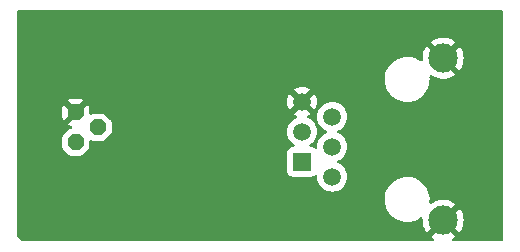
<source format=gbl>
G04 #@! TF.GenerationSoftware,KiCad,Pcbnew,7.0.2*
G04 #@! TF.CreationDate,2024-01-01T15:40:13-07:00*
G04 #@! TF.ProjectId,Temp Sensor Board 1,54656d70-2053-4656-9e73-6f7220426f61,rev?*
G04 #@! TF.SameCoordinates,Original*
G04 #@! TF.FileFunction,Copper,L2,Bot*
G04 #@! TF.FilePolarity,Positive*
%FSLAX46Y46*%
G04 Gerber Fmt 4.6, Leading zero omitted, Abs format (unit mm)*
G04 Created by KiCad (PCBNEW 7.0.2) date 2024-01-01 15:40:13*
%MOMM*%
%LPD*%
G01*
G04 APERTURE LIST*
G04 Aperture macros list*
%AMOutline5P*
0 Free polygon, 5 corners , with rotation*
0 The origin of the aperture is its center*
0 number of corners: always 5*
0 $1 to $10 corner X, Y*
0 $11 Rotation angle, in degrees counterclockwise*
0 create outline with 5 corners*
4,1,5,$1,$2,$3,$4,$5,$6,$7,$8,$9,$10,$1,$2,$11*%
%AMOutline6P*
0 Free polygon, 6 corners , with rotation*
0 The origin of the aperture is its center*
0 number of corners: always 6*
0 $1 to $12 corner X, Y*
0 $13 Rotation angle, in degrees counterclockwise*
0 create outline with 6 corners*
4,1,6,$1,$2,$3,$4,$5,$6,$7,$8,$9,$10,$11,$12,$1,$2,$13*%
%AMOutline7P*
0 Free polygon, 7 corners , with rotation*
0 The origin of the aperture is its center*
0 number of corners: always 7*
0 $1 to $14 corner X, Y*
0 $15 Rotation angle, in degrees counterclockwise*
0 create outline with 7 corners*
4,1,7,$1,$2,$3,$4,$5,$6,$7,$8,$9,$10,$11,$12,$13,$14,$1,$2,$15*%
%AMOutline8P*
0 Free polygon, 8 corners , with rotation*
0 The origin of the aperture is its center*
0 number of corners: always 8*
0 $1 to $16 corner X, Y*
0 $17 Rotation angle, in degrees counterclockwise*
0 create outline with 8 corners*
4,1,8,$1,$2,$3,$4,$5,$6,$7,$8,$9,$10,$11,$12,$13,$14,$15,$16,$1,$2,$17*%
G04 Aperture macros list end*
G04 #@! TA.AperFunction,ComponentPad*
%ADD10C,2.475000*%
G04 #@! TD*
G04 #@! TA.AperFunction,ComponentPad*
%ADD11C,1.508000*%
G04 #@! TD*
G04 #@! TA.AperFunction,ComponentPad*
%ADD12R,1.508000X1.508000*%
G04 #@! TD*
G04 #@! TA.AperFunction,ComponentPad*
%ADD13Outline8P,-0.660400X0.273547X-0.273547X0.660400X0.273547X0.660400X0.660400X0.273547X0.660400X-0.273547X0.273547X-0.660400X-0.273547X-0.660400X-0.660400X-0.273547X270.000000*%
G04 #@! TD*
G04 #@! TA.AperFunction,ViaPad*
%ADD14C,0.800000*%
G04 #@! TD*
G04 APERTURE END LIST*
D10*
X153291000Y-76711000D03*
X153291000Y-90431000D03*
D11*
X143891000Y-81661000D03*
X143891000Y-84201000D03*
X143891000Y-86741000D03*
X141351000Y-80391000D03*
X141351000Y-82931000D03*
D12*
X141351000Y-85471000D03*
D13*
X122174000Y-81280000D03*
X124079000Y-82550000D03*
X122174000Y-83820000D03*
D14*
X139065000Y-82296000D03*
X137287000Y-82296000D03*
X127762000Y-85725000D03*
X137287000Y-85598000D03*
X138938000Y-85598000D03*
X127762000Y-80264000D03*
X135382000Y-82296000D03*
X135509000Y-85598000D03*
G04 #@! TA.AperFunction,Conductor*
G36*
X158312039Y-72663685D02*
G01*
X158357794Y-72716489D01*
X158369000Y-72768000D01*
X158369000Y-92078000D01*
X158349315Y-92145039D01*
X158296511Y-92190794D01*
X158245000Y-92202000D01*
X154161288Y-92202000D01*
X154094249Y-92182315D01*
X154048494Y-92129511D01*
X154038550Y-92060353D01*
X154067575Y-91996797D01*
X154107486Y-91966280D01*
X154162183Y-91939939D01*
X154331172Y-91824724D01*
X153671393Y-91164946D01*
X153793213Y-91091650D01*
X153923492Y-90968243D01*
X154024196Y-90819716D01*
X154026780Y-90813228D01*
X154684229Y-91470677D01*
X154684230Y-91470676D01*
X154730615Y-91412512D01*
X154860823Y-91186985D01*
X154955962Y-90944575D01*
X155013911Y-90690684D01*
X155033372Y-90430999D01*
X155013911Y-90171315D01*
X154955962Y-89917424D01*
X154860823Y-89675014D01*
X154730615Y-89449487D01*
X154684230Y-89391321D01*
X154023740Y-90051811D01*
X153977870Y-89965290D01*
X153861698Y-89828522D01*
X153718840Y-89719924D01*
X153670764Y-89697682D01*
X154331172Y-89037274D01*
X154162187Y-88922062D01*
X153927559Y-88809072D01*
X153678713Y-88732312D01*
X153421209Y-88693500D01*
X153160791Y-88693500D01*
X152903286Y-88732312D01*
X152654440Y-88809072D01*
X152419812Y-88922062D01*
X152326731Y-88985524D01*
X152260252Y-89007024D01*
X152192702Y-88989170D01*
X152145528Y-88937629D01*
X152133708Y-88868767D01*
X152134944Y-88860540D01*
X152135152Y-88859416D01*
X152145313Y-88581404D01*
X152114886Y-88304876D01*
X152044520Y-88035724D01*
X151935716Y-87779686D01*
X151790792Y-87542219D01*
X151699107Y-87432048D01*
X151612838Y-87328384D01*
X151505015Y-87231774D01*
X151405643Y-87142737D01*
X151173627Y-86989237D01*
X151173624Y-86989235D01*
X150921731Y-86871152D01*
X150655336Y-86791006D01*
X150655332Y-86791005D01*
X150655331Y-86791005D01*
X150380099Y-86750500D01*
X150171537Y-86750500D01*
X150169288Y-86750664D01*
X150169277Y-86750665D01*
X149963544Y-86765722D01*
X149692003Y-86826211D01*
X149432163Y-86925591D01*
X149189560Y-87061747D01*
X148969366Y-87231774D01*
X148776277Y-87432048D01*
X148614405Y-87658305D01*
X148487205Y-87905711D01*
X148397377Y-88169018D01*
X148346847Y-88442583D01*
X148336686Y-88720595D01*
X148358855Y-88922062D01*
X148367114Y-88997124D01*
X148437480Y-89266276D01*
X148546284Y-89522314D01*
X148691208Y-89759781D01*
X148691211Y-89759785D01*
X148691212Y-89759786D01*
X148700003Y-89770350D01*
X148869163Y-89973617D01*
X149076357Y-90159263D01*
X149284159Y-90296743D01*
X149308375Y-90312764D01*
X149560268Y-90430847D01*
X149768599Y-90493524D01*
X149826669Y-90510995D01*
X150101901Y-90551500D01*
X150101904Y-90551500D01*
X150308201Y-90551500D01*
X150310463Y-90551500D01*
X150518455Y-90536277D01*
X150789997Y-90475788D01*
X151049838Y-90376408D01*
X151292440Y-90240253D01*
X151359303Y-90188622D01*
X151424394Y-90163230D01*
X151492881Y-90177060D01*
X151543020Y-90225721D01*
X151558890Y-90293764D01*
X151558741Y-90296034D01*
X151548627Y-90430999D01*
X151568088Y-90690684D01*
X151626037Y-90944575D01*
X151721176Y-91186984D01*
X151851386Y-91412515D01*
X151897768Y-91470677D01*
X152558258Y-90810187D01*
X152604130Y-90896710D01*
X152720302Y-91033478D01*
X152863160Y-91142076D01*
X152911234Y-91164317D01*
X152250826Y-91824724D01*
X152419813Y-91939937D01*
X152474514Y-91966280D01*
X152526373Y-92013103D01*
X152544686Y-92080530D01*
X152523638Y-92147154D01*
X152469912Y-92191822D01*
X152420712Y-92202000D01*
X117653362Y-92202000D01*
X117586323Y-92182315D01*
X117565681Y-92165681D01*
X117257819Y-91857819D01*
X117224334Y-91796496D01*
X117221500Y-91770138D01*
X117221500Y-84134523D01*
X121013100Y-84134523D01*
X121013582Y-84138364D01*
X121013583Y-84138372D01*
X121023659Y-84218596D01*
X121078737Y-84351564D01*
X121128338Y-84415416D01*
X121128346Y-84415425D01*
X121130720Y-84418481D01*
X121575522Y-84863284D01*
X121578581Y-84865660D01*
X121642437Y-84915264D01*
X121775403Y-84970340D01*
X121790539Y-84972241D01*
X121859476Y-84980900D01*
X121863353Y-84980900D01*
X122484646Y-84980900D01*
X122488523Y-84980900D01*
X122572597Y-84970340D01*
X122705564Y-84915263D01*
X122772481Y-84863280D01*
X123217284Y-84418478D01*
X123269264Y-84351563D01*
X123324340Y-84218596D01*
X123334900Y-84134524D01*
X123334900Y-83733501D01*
X123354583Y-83666466D01*
X123407387Y-83620711D01*
X123476546Y-83610767D01*
X123534967Y-83635578D01*
X123547437Y-83645265D01*
X123680403Y-83700340D01*
X123695539Y-83702241D01*
X123764476Y-83710900D01*
X123768353Y-83710900D01*
X124389646Y-83710900D01*
X124393523Y-83710900D01*
X124477597Y-83700340D01*
X124610564Y-83645263D01*
X124677481Y-83593280D01*
X125122284Y-83148478D01*
X125174264Y-83081563D01*
X125229340Y-82948596D01*
X125231550Y-82930999D01*
X140091707Y-82930999D01*
X140110838Y-83149671D01*
X140167653Y-83361704D01*
X140195491Y-83421403D01*
X140260421Y-83560646D01*
X140386326Y-83740457D01*
X140541543Y-83895674D01*
X140677578Y-83990927D01*
X140721202Y-84045502D01*
X140728396Y-84115000D01*
X140696873Y-84177355D01*
X140636644Y-84212769D01*
X140606456Y-84216500D01*
X140552440Y-84216500D01*
X140552421Y-84216500D01*
X140549128Y-84216501D01*
X140545848Y-84216853D01*
X140545840Y-84216854D01*
X140489515Y-84222909D01*
X140354669Y-84273204D01*
X140239454Y-84359454D01*
X140153204Y-84474668D01*
X140102909Y-84609516D01*
X140100524Y-84631704D01*
X140096500Y-84669127D01*
X140096500Y-84672448D01*
X140096500Y-84672449D01*
X140096500Y-86269560D01*
X140096500Y-86269578D01*
X140096501Y-86272872D01*
X140102909Y-86332483D01*
X140153204Y-86467331D01*
X140239454Y-86582546D01*
X140354669Y-86668796D01*
X140489517Y-86719091D01*
X140549127Y-86725500D01*
X142152872Y-86725499D01*
X142212483Y-86719091D01*
X142347331Y-86668796D01*
X142436389Y-86602126D01*
X142501850Y-86577710D01*
X142570124Y-86592561D01*
X142619530Y-86641966D01*
X142634382Y-86710239D01*
X142634226Y-86712198D01*
X142631707Y-86740996D01*
X142650838Y-86959671D01*
X142699891Y-87142738D01*
X142707653Y-87171703D01*
X142800421Y-87370646D01*
X142926326Y-87550457D01*
X143081543Y-87705674D01*
X143261354Y-87831579D01*
X143460297Y-87924347D01*
X143672326Y-87981161D01*
X143891000Y-88000292D01*
X144109674Y-87981161D01*
X144321703Y-87924347D01*
X144520646Y-87831579D01*
X144700457Y-87705674D01*
X144855674Y-87550457D01*
X144981579Y-87370646D01*
X145074347Y-87171703D01*
X145131161Y-86959674D01*
X145150292Y-86741000D01*
X145131161Y-86522326D01*
X145074347Y-86310297D01*
X144981579Y-86111354D01*
X144855674Y-85931543D01*
X144700457Y-85776326D01*
X144520646Y-85650421D01*
X144520642Y-85650418D01*
X144376880Y-85583382D01*
X144324440Y-85537210D01*
X144305288Y-85470017D01*
X144325504Y-85403135D01*
X144376880Y-85358618D01*
X144520642Y-85291581D01*
X144520642Y-85291580D01*
X144520646Y-85291579D01*
X144700457Y-85165674D01*
X144855674Y-85010457D01*
X144981579Y-84830646D01*
X145074347Y-84631703D01*
X145131161Y-84419674D01*
X145150292Y-84201000D01*
X145147681Y-84171161D01*
X145134595Y-84021579D01*
X145131161Y-83982326D01*
X145074347Y-83770297D01*
X144981579Y-83571354D01*
X144855674Y-83391543D01*
X144700457Y-83236326D01*
X144520646Y-83110421D01*
X144520642Y-83110418D01*
X144376880Y-83043382D01*
X144324440Y-82997210D01*
X144305288Y-82930017D01*
X144325504Y-82863135D01*
X144376880Y-82818618D01*
X144520642Y-82751581D01*
X144520642Y-82751580D01*
X144520646Y-82751579D01*
X144700457Y-82625674D01*
X144855674Y-82470457D01*
X144981579Y-82290646D01*
X145074347Y-82091703D01*
X145131161Y-81879674D01*
X145150292Y-81661000D01*
X145131161Y-81442326D01*
X145074347Y-81230297D01*
X144981579Y-81031354D01*
X144855674Y-80851543D01*
X144700457Y-80696326D01*
X144520646Y-80570421D01*
X144428921Y-80527649D01*
X144321704Y-80477653D01*
X144109671Y-80420838D01*
X143891000Y-80401707D01*
X143672328Y-80420838D01*
X143460295Y-80477653D01*
X143261356Y-80570420D01*
X143261354Y-80570421D01*
X143097841Y-80684914D01*
X143081539Y-80696329D01*
X142926329Y-80851539D01*
X142926326Y-80851542D01*
X142926326Y-80851543D01*
X142843812Y-80969386D01*
X142800420Y-81031356D01*
X142707653Y-81230295D01*
X142650838Y-81442328D01*
X142631707Y-81661000D01*
X142650838Y-81879671D01*
X142707653Y-82091704D01*
X142735491Y-82151403D01*
X142800421Y-82290646D01*
X142926326Y-82470457D01*
X143081543Y-82625674D01*
X143261354Y-82751579D01*
X143321148Y-82779461D01*
X143405120Y-82818618D01*
X143457559Y-82864790D01*
X143476711Y-82931984D01*
X143456495Y-82998865D01*
X143405120Y-83043382D01*
X143261360Y-83110418D01*
X143261354Y-83110421D01*
X143098317Y-83224581D01*
X143081539Y-83236329D01*
X142926329Y-83391539D01*
X142926326Y-83391542D01*
X142926326Y-83391543D01*
X142843836Y-83509352D01*
X142800420Y-83571356D01*
X142707653Y-83770295D01*
X142650838Y-83982328D01*
X142631707Y-84201000D01*
X142634226Y-84229801D01*
X142620458Y-84298300D01*
X142571841Y-84348482D01*
X142503812Y-84364414D01*
X142437969Y-84341037D01*
X142436439Y-84339910D01*
X142347331Y-84273204D01*
X142212483Y-84222909D01*
X142152873Y-84216500D01*
X142149551Y-84216500D01*
X142095547Y-84216500D01*
X142028508Y-84196815D01*
X141982753Y-84144011D01*
X141972809Y-84074853D01*
X142001834Y-84011297D01*
X142024424Y-83990925D01*
X142036705Y-83982326D01*
X142160457Y-83895674D01*
X142315674Y-83740457D01*
X142441579Y-83560646D01*
X142534347Y-83361703D01*
X142591161Y-83149674D01*
X142610292Y-82931000D01*
X142607681Y-82901161D01*
X142592247Y-82724736D01*
X142591161Y-82712326D01*
X142534347Y-82500297D01*
X142441579Y-82301354D01*
X142315674Y-82121543D01*
X142160457Y-81966326D01*
X141980646Y-81840421D01*
X141836288Y-81773106D01*
X141783849Y-81726934D01*
X141764697Y-81659740D01*
X141784913Y-81592859D01*
X141836288Y-81548342D01*
X141980392Y-81481144D01*
X142043443Y-81436996D01*
X141483534Y-80877086D01*
X141493315Y-80875680D01*
X141624100Y-80815952D01*
X141732761Y-80721798D01*
X141810493Y-80600844D01*
X141834076Y-80520523D01*
X142396996Y-81083443D01*
X142441144Y-81020392D01*
X142533875Y-80821532D01*
X142590666Y-80609586D01*
X142609790Y-80391000D01*
X142590666Y-80172413D01*
X142533875Y-79960467D01*
X142441143Y-79761604D01*
X142396997Y-79698556D01*
X142396996Y-79698555D01*
X141834076Y-80261475D01*
X141810493Y-80181156D01*
X141732761Y-80060202D01*
X141624100Y-79966048D01*
X141493315Y-79906320D01*
X141483533Y-79904913D01*
X142043443Y-79345003D01*
X142043442Y-79345002D01*
X141980396Y-79300856D01*
X141781532Y-79208124D01*
X141569586Y-79151333D01*
X141351000Y-79132209D01*
X141132413Y-79151333D01*
X140920467Y-79208124D01*
X140721605Y-79300855D01*
X140658555Y-79345001D01*
X141218467Y-79904913D01*
X141208685Y-79906320D01*
X141077900Y-79966048D01*
X140969239Y-80060202D01*
X140891507Y-80181156D01*
X140867922Y-80261476D01*
X140305001Y-79698555D01*
X140260855Y-79761605D01*
X140168124Y-79960467D01*
X140111333Y-80172413D01*
X140092209Y-80390999D01*
X140111333Y-80609586D01*
X140168124Y-80821532D01*
X140260856Y-81020396D01*
X140305002Y-81083442D01*
X140305003Y-81083443D01*
X140867922Y-80520523D01*
X140891507Y-80600844D01*
X140969239Y-80721798D01*
X141077900Y-80815952D01*
X141208685Y-80875680D01*
X141218466Y-80877086D01*
X140658555Y-81436996D01*
X140658556Y-81436997D01*
X140721603Y-81481143D01*
X140865711Y-81548342D01*
X140918150Y-81594515D01*
X140937302Y-81661708D01*
X140917086Y-81728589D01*
X140865711Y-81773106D01*
X140721356Y-81840420D01*
X140721354Y-81840421D01*
X140558314Y-81954583D01*
X140541539Y-81966329D01*
X140386329Y-82121539D01*
X140386326Y-82121542D01*
X140386326Y-82121543D01*
X140306550Y-82235476D01*
X140260420Y-82301356D01*
X140167653Y-82500295D01*
X140110838Y-82712328D01*
X140091707Y-82930999D01*
X125231550Y-82930999D01*
X125239900Y-82864524D01*
X125239900Y-82235477D01*
X125229340Y-82151403D01*
X125174263Y-82018436D01*
X125133785Y-81966329D01*
X125124661Y-81954583D01*
X125124654Y-81954575D01*
X125122280Y-81951519D01*
X124677478Y-81506716D01*
X124638911Y-81476757D01*
X124610562Y-81454735D01*
X124477596Y-81399659D01*
X124397372Y-81389583D01*
X124397366Y-81389582D01*
X124393524Y-81389100D01*
X123764477Y-81389100D01*
X123760636Y-81389582D01*
X123760627Y-81389583D01*
X123680403Y-81399659D01*
X123547434Y-81454737D01*
X123534468Y-81464810D01*
X123469449Y-81490390D01*
X123400922Y-81476757D01*
X123350644Y-81428240D01*
X123334400Y-81366883D01*
X123334400Y-80969386D01*
X123333916Y-80961665D01*
X123323850Y-80881527D01*
X123268829Y-80748693D01*
X123219283Y-80684913D01*
X123214160Y-80679107D01*
X123171303Y-80636250D01*
X122577547Y-81230005D01*
X122565327Y-81152850D01*
X122506883Y-81038146D01*
X122415854Y-80947117D01*
X122301150Y-80888673D01*
X122223994Y-80876452D01*
X122817749Y-80282696D01*
X122774892Y-80239839D01*
X122769086Y-80234716D01*
X122705306Y-80185171D01*
X122572471Y-80130148D01*
X122492334Y-80120083D01*
X122484608Y-80119600D01*
X121863386Y-80119600D01*
X121855665Y-80120083D01*
X121775527Y-80130149D01*
X121642693Y-80185170D01*
X121578914Y-80234716D01*
X121573114Y-80239833D01*
X121530250Y-80282696D01*
X122124006Y-80876452D01*
X122046850Y-80888673D01*
X121932146Y-80947117D01*
X121841117Y-81038146D01*
X121782673Y-81152850D01*
X121770452Y-81230006D01*
X121176696Y-80636250D01*
X121133833Y-80679114D01*
X121128716Y-80684914D01*
X121079171Y-80748693D01*
X121024148Y-80881528D01*
X121014083Y-80961665D01*
X121013600Y-80969391D01*
X121013600Y-81590613D01*
X121014083Y-81598334D01*
X121024149Y-81678472D01*
X121079170Y-81811306D01*
X121128716Y-81875086D01*
X121133832Y-81880884D01*
X121176696Y-81923748D01*
X121770452Y-81329993D01*
X121782673Y-81407150D01*
X121841117Y-81521854D01*
X121932146Y-81612883D01*
X122046850Y-81671327D01*
X122124005Y-81683547D01*
X121530250Y-82277303D01*
X121573107Y-82320160D01*
X121578913Y-82325283D01*
X121642692Y-82374828D01*
X121788365Y-82435168D01*
X121842768Y-82479009D01*
X121864833Y-82545303D01*
X121847554Y-82613003D01*
X121796416Y-82660613D01*
X121788366Y-82664290D01*
X121693627Y-82703533D01*
X121642439Y-82724736D01*
X121642434Y-82724738D01*
X121578583Y-82774338D01*
X121578565Y-82774353D01*
X121575519Y-82776720D01*
X121572785Y-82779453D01*
X121572777Y-82779461D01*
X121133454Y-83218783D01*
X121133446Y-83218791D01*
X121130716Y-83221522D01*
X121128345Y-83224573D01*
X121128339Y-83224581D01*
X121078735Y-83288437D01*
X121023659Y-83421403D01*
X121013583Y-83501627D01*
X121013100Y-83505476D01*
X121013100Y-84134523D01*
X117221500Y-84134523D01*
X117221500Y-78560595D01*
X148336686Y-78560595D01*
X148361081Y-78782300D01*
X148367114Y-78837124D01*
X148437480Y-79106276D01*
X148546284Y-79362314D01*
X148691208Y-79599781D01*
X148691211Y-79599785D01*
X148691212Y-79599786D01*
X148825877Y-79761604D01*
X148869163Y-79813617D01*
X149076357Y-79999263D01*
X149274192Y-80130149D01*
X149308375Y-80152764D01*
X149560268Y-80270847D01*
X149768599Y-80333524D01*
X149826669Y-80350995D01*
X150101901Y-80391500D01*
X150101904Y-80391500D01*
X150308201Y-80391500D01*
X150310463Y-80391500D01*
X150518455Y-80376277D01*
X150789997Y-80315788D01*
X151049838Y-80216408D01*
X151292440Y-80080253D01*
X151512632Y-79910226D01*
X151705722Y-79709951D01*
X151867593Y-79483696D01*
X151994797Y-79236283D01*
X152084621Y-78972986D01*
X152135152Y-78699416D01*
X152145313Y-78421404D01*
X152128546Y-78269026D01*
X152140780Y-78200240D01*
X152188262Y-78148984D01*
X152255918Y-78131535D01*
X152321654Y-78153013D01*
X152419816Y-78219938D01*
X152654440Y-78332927D01*
X152903286Y-78409687D01*
X153160791Y-78448500D01*
X153421209Y-78448500D01*
X153678713Y-78409687D01*
X153927559Y-78332927D01*
X154162183Y-78219938D01*
X154331172Y-78104724D01*
X153671393Y-77444946D01*
X153793213Y-77371650D01*
X153923492Y-77248243D01*
X154024196Y-77099716D01*
X154026780Y-77093228D01*
X154684229Y-77750677D01*
X154684230Y-77750676D01*
X154730615Y-77692512D01*
X154860823Y-77466985D01*
X154955962Y-77224575D01*
X155013911Y-76970684D01*
X155033372Y-76711000D01*
X155013911Y-76451315D01*
X154955962Y-76197424D01*
X154860823Y-75955014D01*
X154730615Y-75729487D01*
X154684230Y-75671321D01*
X154023740Y-76331811D01*
X153977870Y-76245290D01*
X153861698Y-76108522D01*
X153718840Y-75999924D01*
X153670765Y-75977682D01*
X154331172Y-75317274D01*
X154162187Y-75202062D01*
X153927559Y-75089072D01*
X153678713Y-75012312D01*
X153421209Y-74973500D01*
X153160791Y-74973500D01*
X152903286Y-75012312D01*
X152654440Y-75089072D01*
X152419812Y-75202062D01*
X152250827Y-75317274D01*
X152910606Y-75977053D01*
X152788787Y-76050350D01*
X152658508Y-76173757D01*
X152557804Y-76322284D01*
X152555218Y-76328771D01*
X151897769Y-75671322D01*
X151851383Y-75729489D01*
X151721176Y-75955015D01*
X151626037Y-76197424D01*
X151568088Y-76451315D01*
X151548627Y-76711000D01*
X151558608Y-76844181D01*
X151543989Y-76912505D01*
X151494752Y-76962078D01*
X151426530Y-76977161D01*
X151366536Y-76956864D01*
X151173624Y-76829235D01*
X150921731Y-76711152D01*
X150655336Y-76631006D01*
X150655332Y-76631005D01*
X150655331Y-76631005D01*
X150380099Y-76590500D01*
X150171537Y-76590500D01*
X150169288Y-76590664D01*
X150169277Y-76590665D01*
X149963544Y-76605722D01*
X149692003Y-76666211D01*
X149432163Y-76765591D01*
X149189560Y-76901747D01*
X148969366Y-77071774D01*
X148776277Y-77272048D01*
X148614405Y-77498305D01*
X148487205Y-77745711D01*
X148397377Y-78009018D01*
X148346847Y-78282583D01*
X148336686Y-78560595D01*
X117221500Y-78560595D01*
X117221500Y-72768000D01*
X117241185Y-72700961D01*
X117293989Y-72655206D01*
X117345500Y-72644000D01*
X158245000Y-72644000D01*
X158312039Y-72663685D01*
G37*
G04 #@! TD.AperFunction*
M02*

</source>
